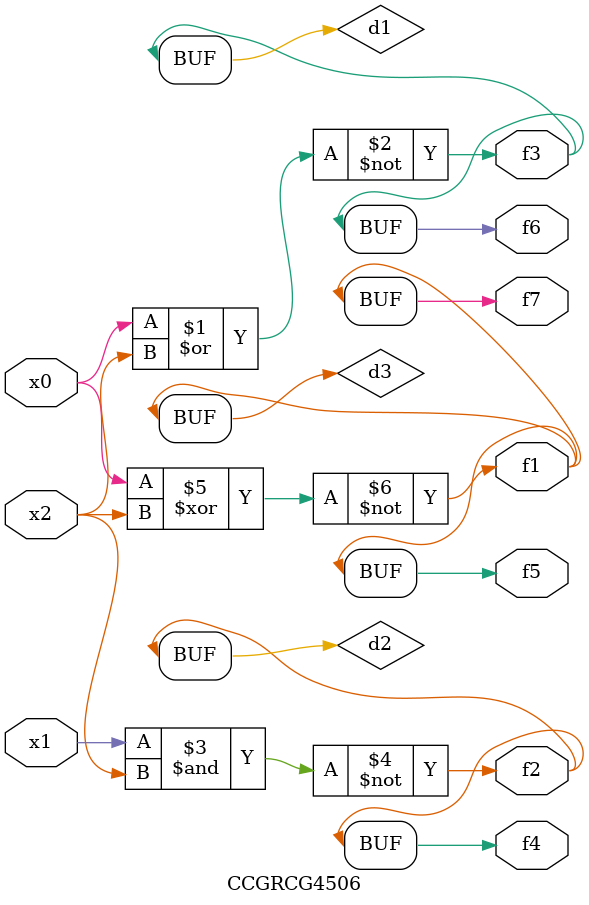
<source format=v>
module CCGRCG4506(
	input x0, x1, x2,
	output f1, f2, f3, f4, f5, f6, f7
);

	wire d1, d2, d3;

	nor (d1, x0, x2);
	nand (d2, x1, x2);
	xnor (d3, x0, x2);
	assign f1 = d3;
	assign f2 = d2;
	assign f3 = d1;
	assign f4 = d2;
	assign f5 = d3;
	assign f6 = d1;
	assign f7 = d3;
endmodule

</source>
